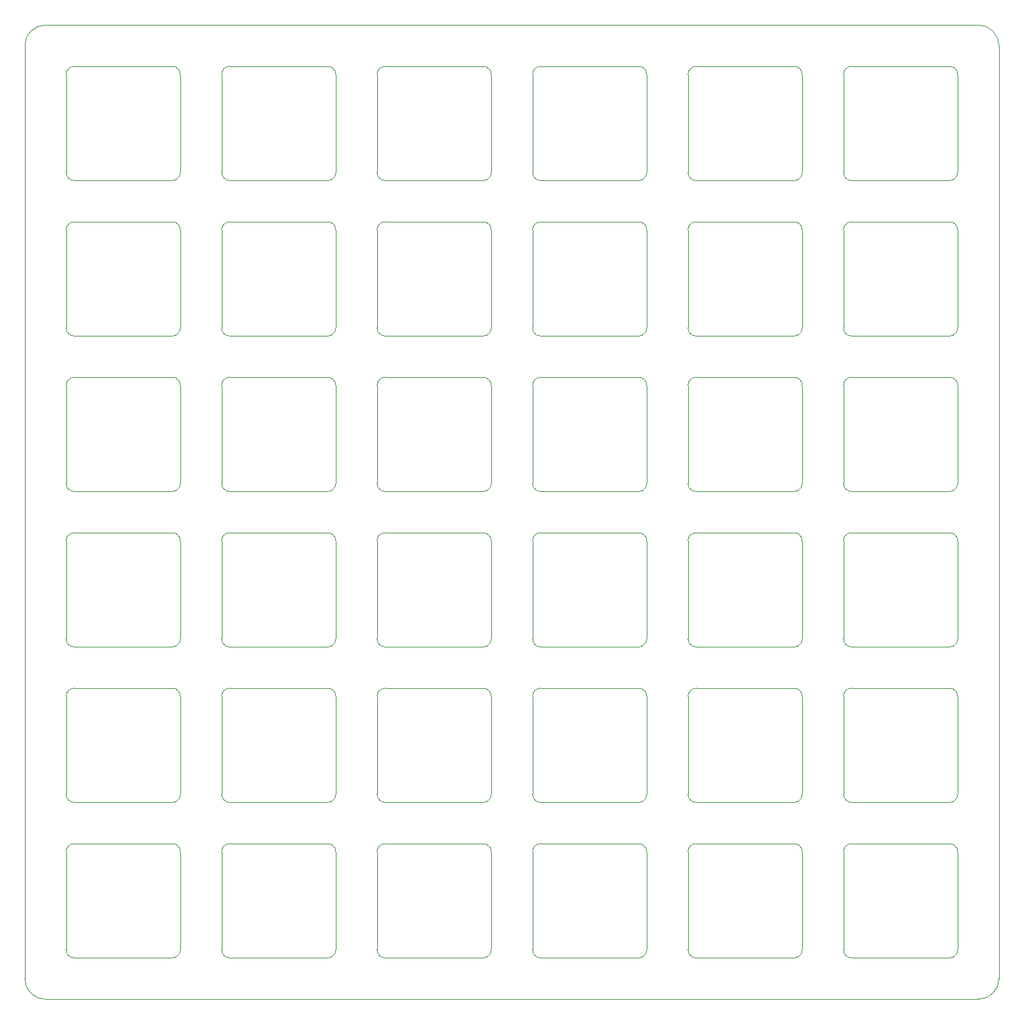
<source format=gm1>
%TF.GenerationSoftware,KiCad,Pcbnew,(6.0.5-0)*%
%TF.CreationDate,2022-06-17T01:52:44+08:00*%
%TF.ProjectId,Plate,506c6174-652e-46b6-9963-61645f706362,rev?*%
%TF.SameCoordinates,PX4bb2a98PY4bb2a98*%
%TF.FileFunction,Profile,NP*%
%FSLAX46Y46*%
G04 Gerber Fmt 4.6, Leading zero omitted, Abs format (unit mm)*
G04 Created by KiCad (PCBNEW (6.0.5-0)) date 2022-06-17 01:52:44*
%MOMM*%
%LPD*%
G01*
G04 APERTURE LIST*
%TA.AperFunction,Profile*%
%ADD10C,0.100000*%
%TD*%
%TA.AperFunction,Profile*%
%ADD11C,0.120000*%
%TD*%
G04 APERTURE END LIST*
D10*
X-59690000Y-57150000D02*
X-59690000Y57150000D01*
X-57150000Y59690000D02*
X57150000Y59690000D01*
X57150000Y-59690000D02*
X-57150000Y-59690000D01*
X-57150000Y59690000D02*
G75*
G03*
X-59690000Y57150000I0J-2540000D01*
G01*
X57150000Y-59690000D02*
G75*
G03*
X59690000Y-57150000I0J2540000D01*
G01*
X59690000Y57150000D02*
G75*
G03*
X57150000Y59690000I-2540000J0D01*
G01*
X59690000Y57150000D02*
X59690000Y-57150000D01*
X-59690000Y-57150000D02*
G75*
G03*
X-57150000Y-59690000I2540000J0D01*
G01*
D11*
X2525000Y-34575000D02*
X2525000Y-22575000D01*
X16525000Y-34575000D02*
X16525000Y-22575000D01*
X3525000Y-21575000D02*
X15525000Y-21575000D01*
X3525000Y-35575000D02*
X15525000Y-35575000D01*
X15525000Y-35575000D02*
G75*
G03*
X16525000Y-34575000I0J1000000D01*
G01*
X3525000Y-21575000D02*
G75*
G03*
X2525000Y-22575000I-1J-999999D01*
G01*
X16525000Y-22575000D02*
G75*
G03*
X15525000Y-21575000I-1000000J0D01*
G01*
X2525000Y-34575000D02*
G75*
G03*
X3525000Y-35575000I999999J-1D01*
G01*
X-35575000Y-15525000D02*
X-35575000Y-3525000D01*
X-34575000Y-2525000D02*
X-22575000Y-2525000D01*
X-21575000Y-15525000D02*
X-21575000Y-3525000D01*
X-34575000Y-16525000D02*
X-22575000Y-16525000D01*
X-34575000Y-2525000D02*
G75*
G03*
X-35575000Y-3525000I-1J-999999D01*
G01*
X-35575000Y-15525000D02*
G75*
G03*
X-34575000Y-16525000I999999J-1D01*
G01*
X-21575000Y-3525000D02*
G75*
G03*
X-22575000Y-2525000I-1000000J0D01*
G01*
X-22575000Y-16525000D02*
G75*
G03*
X-21575000Y-15525000I0J1000000D01*
G01*
X22575000Y35575000D02*
X34575000Y35575000D01*
X35575000Y22575000D02*
X35575000Y34575000D01*
X21575000Y22575000D02*
X21575000Y34575000D01*
X22575000Y21575000D02*
X34575000Y21575000D01*
X35575000Y34575000D02*
G75*
G03*
X34575000Y35575000I-1000000J0D01*
G01*
X22575000Y35575000D02*
G75*
G03*
X21575000Y34575000I-1J-999999D01*
G01*
X34575000Y21575000D02*
G75*
G03*
X35575000Y22575000I0J1000000D01*
G01*
X21575000Y22575000D02*
G75*
G03*
X22575000Y21575000I999999J-1D01*
G01*
X-15525000Y40625000D02*
X-3525000Y40625000D01*
X-2525000Y41625000D02*
X-2525000Y53625000D01*
X-15525000Y54625000D02*
X-3525000Y54625000D01*
X-16525000Y41625000D02*
X-16525000Y53625000D01*
X-2525000Y53625000D02*
G75*
G03*
X-3525000Y54625000I-1000000J0D01*
G01*
X-3525000Y40625000D02*
G75*
G03*
X-2525000Y41625000I0J1000000D01*
G01*
X-15525000Y54625000D02*
G75*
G03*
X-16525000Y53625000I-1J-999999D01*
G01*
X-16525000Y41625000D02*
G75*
G03*
X-15525000Y40625000I999999J-1D01*
G01*
X3525000Y40625000D02*
X15525000Y40625000D01*
X2525000Y41625000D02*
X2525000Y53625000D01*
X3525000Y54625000D02*
X15525000Y54625000D01*
X16525000Y41625000D02*
X16525000Y53625000D01*
X15525000Y40625000D02*
G75*
G03*
X16525000Y41625000I0J1000000D01*
G01*
X2525000Y41625000D02*
G75*
G03*
X3525000Y40625000I999999J-1D01*
G01*
X3525000Y54625000D02*
G75*
G03*
X2525000Y53625000I-1J-999999D01*
G01*
X16525000Y53625000D02*
G75*
G03*
X15525000Y54625000I-1000000J0D01*
G01*
X-35575000Y3525000D02*
X-35575000Y15525000D01*
X-34575000Y16525000D02*
X-22575000Y16525000D01*
X-21575000Y3525000D02*
X-21575000Y15525000D01*
X-34575000Y2525000D02*
X-22575000Y2525000D01*
X-35575000Y3525000D02*
G75*
G03*
X-34575000Y2525000I999999J-1D01*
G01*
X-34575000Y16525000D02*
G75*
G03*
X-35575000Y15525000I-1J-999999D01*
G01*
X-21575000Y15525000D02*
G75*
G03*
X-22575000Y16525000I-1000000J0D01*
G01*
X-22575000Y2525000D02*
G75*
G03*
X-21575000Y3525000I0J1000000D01*
G01*
X41625000Y-2525000D02*
X53625000Y-2525000D01*
X41625000Y-16525000D02*
X53625000Y-16525000D01*
X40625000Y-15525000D02*
X40625000Y-3525000D01*
X54625000Y-15525000D02*
X54625000Y-3525000D01*
X41625000Y-2525000D02*
G75*
G03*
X40625000Y-3525000I-1J-999999D01*
G01*
X53625000Y-16525000D02*
G75*
G03*
X54625000Y-15525000I0J1000000D01*
G01*
X54625000Y-3525000D02*
G75*
G03*
X53625000Y-2525000I-1000000J0D01*
G01*
X40625000Y-15525000D02*
G75*
G03*
X41625000Y-16525000I999999J-1D01*
G01*
X-54625000Y22575000D02*
X-54625000Y34575000D01*
X-53625000Y35575000D02*
X-41625000Y35575000D01*
X-53625000Y21575000D02*
X-41625000Y21575000D01*
X-40625000Y22575000D02*
X-40625000Y34575000D01*
X-40625000Y34575000D02*
G75*
G03*
X-41625000Y35575000I-1000000J0D01*
G01*
X-53625000Y35575000D02*
G75*
G03*
X-54625000Y34575000I-1J-999999D01*
G01*
X-41625000Y21575000D02*
G75*
G03*
X-40625000Y22575000I0J1000000D01*
G01*
X-54625000Y22575000D02*
G75*
G03*
X-53625000Y21575000I999999J-1D01*
G01*
X41625000Y-54625000D02*
X53625000Y-54625000D01*
X40625000Y-53625000D02*
X40625000Y-41625000D01*
X41625000Y-40625000D02*
X53625000Y-40625000D01*
X54625000Y-53625000D02*
X54625000Y-41625000D01*
X53625000Y-54625000D02*
G75*
G03*
X54625000Y-53625000I0J1000000D01*
G01*
X54625000Y-41625000D02*
G75*
G03*
X53625000Y-40625000I-1000000J0D01*
G01*
X41625000Y-40625000D02*
G75*
G03*
X40625000Y-41625000I-1J-999999D01*
G01*
X40625000Y-53625000D02*
G75*
G03*
X41625000Y-54625000I999999J-1D01*
G01*
X-15525000Y-21575000D02*
X-3525000Y-21575000D01*
X-2525000Y-34575000D02*
X-2525000Y-22575000D01*
X-15525000Y-35575000D02*
X-3525000Y-35575000D01*
X-16525000Y-34575000D02*
X-16525000Y-22575000D01*
X-15525000Y-21575000D02*
G75*
G03*
X-16525000Y-22575000I-1J-999999D01*
G01*
X-3525000Y-35575000D02*
G75*
G03*
X-2525000Y-34575000I0J1000000D01*
G01*
X-16525000Y-34575000D02*
G75*
G03*
X-15525000Y-35575000I999999J-1D01*
G01*
X-2525000Y-22575000D02*
G75*
G03*
X-3525000Y-21575000I-1000000J0D01*
G01*
X35575000Y-15525000D02*
X35575000Y-3525000D01*
X21575000Y-15525000D02*
X21575000Y-3525000D01*
X22575000Y-16525000D02*
X34575000Y-16525000D01*
X22575000Y-2525000D02*
X34575000Y-2525000D01*
X35575000Y-3525000D02*
G75*
G03*
X34575000Y-2525000I-1000000J0D01*
G01*
X22575000Y-2525000D02*
G75*
G03*
X21575000Y-3525000I-1J-999999D01*
G01*
X21575000Y-15525000D02*
G75*
G03*
X22575000Y-16525000I999999J-1D01*
G01*
X34575000Y-16525000D02*
G75*
G03*
X35575000Y-15525000I0J1000000D01*
G01*
X-21575000Y-53625000D02*
X-21575000Y-41625000D01*
X-35575000Y-53625000D02*
X-35575000Y-41625000D01*
X-34575000Y-40625000D02*
X-22575000Y-40625000D01*
X-34575000Y-54625000D02*
X-22575000Y-54625000D01*
X-34575000Y-40625000D02*
G75*
G03*
X-35575000Y-41625000I-1J-999999D01*
G01*
X-35575000Y-53625000D02*
G75*
G03*
X-34575000Y-54625000I999999J-1D01*
G01*
X-21575000Y-41625000D02*
G75*
G03*
X-22575000Y-40625000I-1000000J0D01*
G01*
X-22575000Y-54625000D02*
G75*
G03*
X-21575000Y-53625000I0J1000000D01*
G01*
X40625000Y3525000D02*
X40625000Y15525000D01*
X41625000Y16525000D02*
X53625000Y16525000D01*
X54625000Y3525000D02*
X54625000Y15525000D01*
X41625000Y2525000D02*
X53625000Y2525000D01*
X54625000Y15525000D02*
G75*
G03*
X53625000Y16525000I-1000000J0D01*
G01*
X40625000Y3525000D02*
G75*
G03*
X41625000Y2525000I999999J-1D01*
G01*
X53625000Y2525000D02*
G75*
G03*
X54625000Y3525000I0J1000000D01*
G01*
X41625000Y16525000D02*
G75*
G03*
X40625000Y15525000I-1J-999999D01*
G01*
X22575000Y-35575000D02*
X34575000Y-35575000D01*
X21575000Y-34575000D02*
X21575000Y-22575000D01*
X35575000Y-34575000D02*
X35575000Y-22575000D01*
X22575000Y-21575000D02*
X34575000Y-21575000D01*
X35575000Y-22575000D02*
G75*
G03*
X34575000Y-21575000I-1000000J0D01*
G01*
X34575000Y-35575000D02*
G75*
G03*
X35575000Y-34575000I0J1000000D01*
G01*
X22575000Y-21575000D02*
G75*
G03*
X21575000Y-22575000I-1J-999999D01*
G01*
X21575000Y-34575000D02*
G75*
G03*
X22575000Y-35575000I999999J-1D01*
G01*
X-15525000Y21575000D02*
X-3525000Y21575000D01*
X-16525000Y22575000D02*
X-16525000Y34575000D01*
X-15525000Y35575000D02*
X-3525000Y35575000D01*
X-2525000Y22575000D02*
X-2525000Y34575000D01*
X-3525000Y21575000D02*
G75*
G03*
X-2525000Y22575000I0J1000000D01*
G01*
X-15525000Y35575000D02*
G75*
G03*
X-16525000Y34575000I-1J-999999D01*
G01*
X-2525000Y34575000D02*
G75*
G03*
X-3525000Y35575000I-1000000J0D01*
G01*
X-16525000Y22575000D02*
G75*
G03*
X-15525000Y21575000I999999J-1D01*
G01*
X35575000Y41625000D02*
X35575000Y53625000D01*
X22575000Y54625000D02*
X34575000Y54625000D01*
X22575000Y40625000D02*
X34575000Y40625000D01*
X21575000Y41625000D02*
X21575000Y53625000D01*
X21575000Y41625000D02*
G75*
G03*
X22575000Y40625000I999999J-1D01*
G01*
X35575000Y53625000D02*
G75*
G03*
X34575000Y54625000I-1000000J0D01*
G01*
X34575000Y40625000D02*
G75*
G03*
X35575000Y41625000I0J1000000D01*
G01*
X22575000Y54625000D02*
G75*
G03*
X21575000Y53625000I-1J-999999D01*
G01*
X-2525000Y-15525000D02*
X-2525000Y-3525000D01*
X-15525000Y-16525000D02*
X-3525000Y-16525000D01*
X-15525000Y-2525000D02*
X-3525000Y-2525000D01*
X-16525000Y-15525000D02*
X-16525000Y-3525000D01*
X-2525000Y-3525000D02*
G75*
G03*
X-3525000Y-2525000I-1000000J0D01*
G01*
X-15525000Y-2525000D02*
G75*
G03*
X-16525000Y-3525000I-1J-999999D01*
G01*
X-16525000Y-15525000D02*
G75*
G03*
X-15525000Y-16525000I999999J-1D01*
G01*
X-3525000Y-16525000D02*
G75*
G03*
X-2525000Y-15525000I0J1000000D01*
G01*
X3525000Y-40625000D02*
X15525000Y-40625000D01*
X3525000Y-54625000D02*
X15525000Y-54625000D01*
X16525000Y-53625000D02*
X16525000Y-41625000D01*
X2525000Y-53625000D02*
X2525000Y-41625000D01*
X2525000Y-53625000D02*
G75*
G03*
X3525000Y-54625000I999999J-1D01*
G01*
X15525000Y-54625000D02*
G75*
G03*
X16525000Y-53625000I0J1000000D01*
G01*
X16525000Y-41625000D02*
G75*
G03*
X15525000Y-40625000I-1000000J0D01*
G01*
X3525000Y-40625000D02*
G75*
G03*
X2525000Y-41625000I-1J-999999D01*
G01*
X-2525000Y-53625000D02*
X-2525000Y-41625000D01*
X-15525000Y-40625000D02*
X-3525000Y-40625000D01*
X-16525000Y-53625000D02*
X-16525000Y-41625000D01*
X-15525000Y-54625000D02*
X-3525000Y-54625000D01*
X-3525000Y-54625000D02*
G75*
G03*
X-2525000Y-53625000I0J1000000D01*
G01*
X-15525000Y-40625000D02*
G75*
G03*
X-16525000Y-41625000I-1J-999999D01*
G01*
X-16525000Y-53625000D02*
G75*
G03*
X-15525000Y-54625000I999999J-1D01*
G01*
X-2525000Y-41625000D02*
G75*
G03*
X-3525000Y-40625000I-1000000J0D01*
G01*
X40625000Y-34575000D02*
X40625000Y-22575000D01*
X54625000Y-34575000D02*
X54625000Y-22575000D01*
X41625000Y-21575000D02*
X53625000Y-21575000D01*
X41625000Y-35575000D02*
X53625000Y-35575000D01*
X54625000Y-22575000D02*
G75*
G03*
X53625000Y-21575000I-1000000J0D01*
G01*
X41625000Y-21575000D02*
G75*
G03*
X40625000Y-22575000I-1J-999999D01*
G01*
X40625000Y-34575000D02*
G75*
G03*
X41625000Y-35575000I999999J-1D01*
G01*
X53625000Y-35575000D02*
G75*
G03*
X54625000Y-34575000I0J1000000D01*
G01*
X21575000Y-53625000D02*
X21575000Y-41625000D01*
X22575000Y-54625000D02*
X34575000Y-54625000D01*
X22575000Y-40625000D02*
X34575000Y-40625000D01*
X35575000Y-53625000D02*
X35575000Y-41625000D01*
X34575000Y-54625000D02*
G75*
G03*
X35575000Y-53625000I0J1000000D01*
G01*
X21575000Y-53625000D02*
G75*
G03*
X22575000Y-54625000I999999J-1D01*
G01*
X35575000Y-41625000D02*
G75*
G03*
X34575000Y-40625000I-1000000J0D01*
G01*
X22575000Y-40625000D02*
G75*
G03*
X21575000Y-41625000I-1J-999999D01*
G01*
X54625000Y41625000D02*
X54625000Y53625000D01*
X40625000Y41625000D02*
X40625000Y53625000D01*
X41625000Y40625000D02*
X53625000Y40625000D01*
X41625000Y54625000D02*
X53625000Y54625000D01*
X40625000Y41625000D02*
G75*
G03*
X41625000Y40625000I999999J-1D01*
G01*
X41625000Y54625000D02*
G75*
G03*
X40625000Y53625000I-1J-999999D01*
G01*
X54625000Y53625000D02*
G75*
G03*
X53625000Y54625000I-1000000J0D01*
G01*
X53625000Y40625000D02*
G75*
G03*
X54625000Y41625000I0J1000000D01*
G01*
X-40625000Y-53625000D02*
X-40625000Y-41625000D01*
X-53625000Y-40625000D02*
X-41625000Y-40625000D01*
X-54625000Y-53625000D02*
X-54625000Y-41625000D01*
X-53625000Y-54625000D02*
X-41625000Y-54625000D01*
X-54625000Y-53625000D02*
G75*
G03*
X-53625000Y-54625000I999999J-1D01*
G01*
X-41625000Y-54625000D02*
G75*
G03*
X-40625000Y-53625000I0J1000000D01*
G01*
X-53625000Y-40625000D02*
G75*
G03*
X-54625000Y-41625000I-1J-999999D01*
G01*
X-40625000Y-41625000D02*
G75*
G03*
X-41625000Y-40625000I-1000000J0D01*
G01*
X22575000Y16525000D02*
X34575000Y16525000D01*
X21575000Y3525000D02*
X21575000Y15525000D01*
X35575000Y3525000D02*
X35575000Y15525000D01*
X22575000Y2525000D02*
X34575000Y2525000D01*
X22575000Y16525000D02*
G75*
G03*
X21575000Y15525000I-1J-999999D01*
G01*
X34575000Y2525000D02*
G75*
G03*
X35575000Y3525000I0J1000000D01*
G01*
X35575000Y15525000D02*
G75*
G03*
X34575000Y16525000I-1000000J0D01*
G01*
X21575000Y3525000D02*
G75*
G03*
X22575000Y2525000I999999J-1D01*
G01*
X-54625000Y3525000D02*
X-54625000Y15525000D01*
X-53625000Y16525000D02*
X-41625000Y16525000D01*
X-40625000Y3525000D02*
X-40625000Y15525000D01*
X-53625000Y2525000D02*
X-41625000Y2525000D01*
X-40625000Y15525000D02*
G75*
G03*
X-41625000Y16525000I-1000000J0D01*
G01*
X-41625000Y2525000D02*
G75*
G03*
X-40625000Y3525000I0J1000000D01*
G01*
X-53625000Y16525000D02*
G75*
G03*
X-54625000Y15525000I-1J-999999D01*
G01*
X-54625000Y3525000D02*
G75*
G03*
X-53625000Y2525000I999999J-1D01*
G01*
X3525000Y2525000D02*
X15525000Y2525000D01*
X2525000Y3525000D02*
X2525000Y15525000D01*
X3525000Y16525000D02*
X15525000Y16525000D01*
X16525000Y3525000D02*
X16525000Y15525000D01*
X15525000Y2525000D02*
G75*
G03*
X16525000Y3525000I0J1000000D01*
G01*
X3525000Y16525000D02*
G75*
G03*
X2525000Y15525000I-1J-999999D01*
G01*
X2525000Y3525000D02*
G75*
G03*
X3525000Y2525000I999999J-1D01*
G01*
X16525000Y15525000D02*
G75*
G03*
X15525000Y16525000I-1000000J0D01*
G01*
X40625000Y22575000D02*
X40625000Y34575000D01*
X54625000Y22575000D02*
X54625000Y34575000D01*
X41625000Y35575000D02*
X53625000Y35575000D01*
X41625000Y21575000D02*
X53625000Y21575000D01*
X53625000Y21575000D02*
G75*
G03*
X54625000Y22575000I0J1000000D01*
G01*
X54625000Y34575000D02*
G75*
G03*
X53625000Y35575000I-1000000J0D01*
G01*
X41625000Y35575000D02*
G75*
G03*
X40625000Y34575000I-1J-999999D01*
G01*
X40625000Y22575000D02*
G75*
G03*
X41625000Y21575000I999999J-1D01*
G01*
X-15525000Y2525000D02*
X-3525000Y2525000D01*
X-16525000Y3525000D02*
X-16525000Y15525000D01*
X-15525000Y16525000D02*
X-3525000Y16525000D01*
X-2525000Y3525000D02*
X-2525000Y15525000D01*
X-2525000Y15525000D02*
G75*
G03*
X-3525000Y16525000I-1000000J0D01*
G01*
X-16525000Y3525000D02*
G75*
G03*
X-15525000Y2525000I999999J-1D01*
G01*
X-15525000Y16525000D02*
G75*
G03*
X-16525000Y15525000I-1J-999999D01*
G01*
X-3525000Y2525000D02*
G75*
G03*
X-2525000Y3525000I0J1000000D01*
G01*
X-21575000Y22575000D02*
X-21575000Y34575000D01*
X-35575000Y22575000D02*
X-35575000Y34575000D01*
X-34575000Y21575000D02*
X-22575000Y21575000D01*
X-34575000Y35575000D02*
X-22575000Y35575000D01*
X-21575000Y34575000D02*
G75*
G03*
X-22575000Y35575000I-1000000J0D01*
G01*
X-35575000Y22575000D02*
G75*
G03*
X-34575000Y21575000I999999J-1D01*
G01*
X-22575000Y21575000D02*
G75*
G03*
X-21575000Y22575000I0J1000000D01*
G01*
X-34575000Y35575000D02*
G75*
G03*
X-35575000Y34575000I-1J-999999D01*
G01*
X3525000Y-2525000D02*
X15525000Y-2525000D01*
X3525000Y-16525000D02*
X15525000Y-16525000D01*
X16525000Y-15525000D02*
X16525000Y-3525000D01*
X2525000Y-15525000D02*
X2525000Y-3525000D01*
X15525000Y-16525000D02*
G75*
G03*
X16525000Y-15525000I0J1000000D01*
G01*
X2525000Y-15525000D02*
G75*
G03*
X3525000Y-16525000I999999J-1D01*
G01*
X16525000Y-3525000D02*
G75*
G03*
X15525000Y-2525000I-1000000J0D01*
G01*
X3525000Y-2525000D02*
G75*
G03*
X2525000Y-3525000I-1J-999999D01*
G01*
X2525000Y22575000D02*
X2525000Y34575000D01*
X3525000Y21575000D02*
X15525000Y21575000D01*
X16525000Y22575000D02*
X16525000Y34575000D01*
X3525000Y35575000D02*
X15525000Y35575000D01*
X3525000Y35575000D02*
G75*
G03*
X2525000Y34575000I-1J-999999D01*
G01*
X15525000Y21575000D02*
G75*
G03*
X16525000Y22575000I0J1000000D01*
G01*
X16525000Y34575000D02*
G75*
G03*
X15525000Y35575000I-1000000J0D01*
G01*
X2525000Y22575000D02*
G75*
G03*
X3525000Y21575000I999999J-1D01*
G01*
X-21575000Y41625000D02*
X-21575000Y53625000D01*
X-34575000Y54625000D02*
X-22575000Y54625000D01*
X-35575000Y41625000D02*
X-35575000Y53625000D01*
X-34575000Y40625000D02*
X-22575000Y40625000D01*
X-34575000Y54625000D02*
G75*
G03*
X-35575000Y53625000I-1J-999999D01*
G01*
X-21575000Y53625000D02*
G75*
G03*
X-22575000Y54625000I-1000000J0D01*
G01*
X-22575000Y40625000D02*
G75*
G03*
X-21575000Y41625000I0J1000000D01*
G01*
X-35575000Y41625000D02*
G75*
G03*
X-34575000Y40625000I999999J-1D01*
G01*
X-53625000Y40625000D02*
X-41625000Y40625000D01*
X-54625000Y41625000D02*
X-54625000Y53625000D01*
X-40625000Y41625000D02*
X-40625000Y53625000D01*
X-53625000Y54625000D02*
X-41625000Y54625000D01*
X-54625000Y41625000D02*
G75*
G03*
X-53625000Y40625000I999999J-1D01*
G01*
X-40625000Y53625000D02*
G75*
G03*
X-41625000Y54625000I-1000000J0D01*
G01*
X-41625000Y40625000D02*
G75*
G03*
X-40625000Y41625000I0J1000000D01*
G01*
X-53625000Y54625000D02*
G75*
G03*
X-54625000Y53625000I-1J-999999D01*
G01*
X-54625000Y-15525000D02*
X-54625000Y-3525000D01*
X-53625000Y-2525000D02*
X-41625000Y-2525000D01*
X-40625000Y-15525000D02*
X-40625000Y-3525000D01*
X-53625000Y-16525000D02*
X-41625000Y-16525000D01*
X-41625000Y-16525000D02*
G75*
G03*
X-40625000Y-15525000I0J1000000D01*
G01*
X-40625000Y-3525000D02*
G75*
G03*
X-41625000Y-2525000I-1000000J0D01*
G01*
X-54625000Y-15525000D02*
G75*
G03*
X-53625000Y-16525000I999999J-1D01*
G01*
X-53625000Y-2525000D02*
G75*
G03*
X-54625000Y-3525000I-1J-999999D01*
G01*
X-54625000Y-34575000D02*
X-54625000Y-22575000D01*
X-53625000Y-35575000D02*
X-41625000Y-35575000D01*
X-53625000Y-21575000D02*
X-41625000Y-21575000D01*
X-40625000Y-34575000D02*
X-40625000Y-22575000D01*
X-40625000Y-22575000D02*
G75*
G03*
X-41625000Y-21575000I-1000000J0D01*
G01*
X-53625000Y-21575000D02*
G75*
G03*
X-54625000Y-22575000I-1J-999999D01*
G01*
X-54625000Y-34575000D02*
G75*
G03*
X-53625000Y-35575000I999999J-1D01*
G01*
X-41625000Y-35575000D02*
G75*
G03*
X-40625000Y-34575000I0J1000000D01*
G01*
X-21575000Y-34575000D02*
X-21575000Y-22575000D01*
X-35575000Y-34575000D02*
X-35575000Y-22575000D01*
X-34575000Y-21575000D02*
X-22575000Y-21575000D01*
X-34575000Y-35575000D02*
X-22575000Y-35575000D01*
X-21575000Y-22575000D02*
G75*
G03*
X-22575000Y-21575000I-1000000J0D01*
G01*
X-22575000Y-35575000D02*
G75*
G03*
X-21575000Y-34575000I0J1000000D01*
G01*
X-35575000Y-34575000D02*
G75*
G03*
X-34575000Y-35575000I999999J-1D01*
G01*
X-34575000Y-21575000D02*
G75*
G03*
X-35575000Y-22575000I-1J-999999D01*
G01*
M02*

</source>
